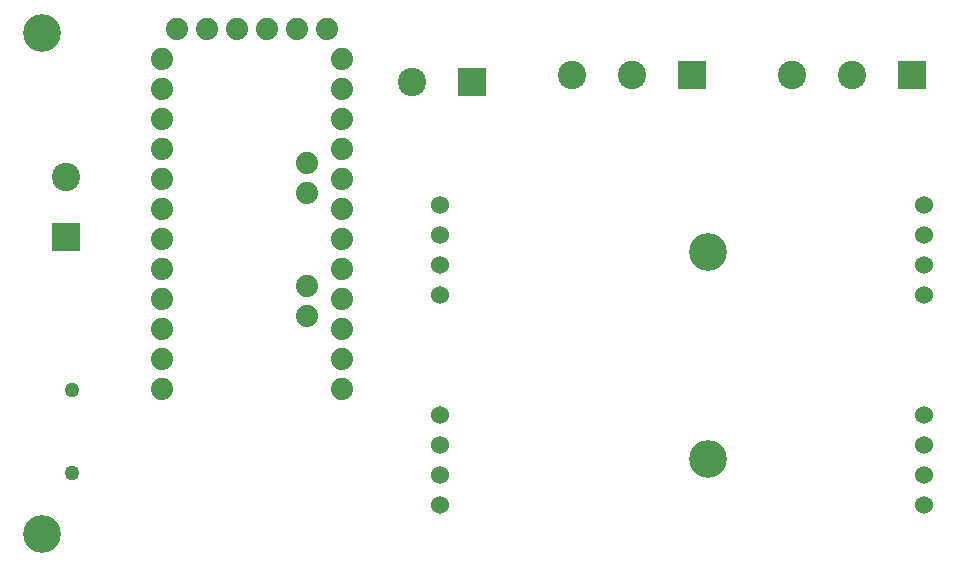
<source format=gts>
G04 #@! TF.GenerationSoftware,KiCad,Pcbnew,7.0.2-6a45011f42~172~ubuntu22.04.1*
G04 #@! TF.CreationDate,2023-05-24T14:11:10+02:00*
G04 #@! TF.ProjectId,dmx_interceptor,646d785f-696e-4746-9572-636570746f72,rev?*
G04 #@! TF.SameCoordinates,Original*
G04 #@! TF.FileFunction,Soldermask,Top*
G04 #@! TF.FilePolarity,Negative*
%FSLAX46Y46*%
G04 Gerber Fmt 4.6, Leading zero omitted, Abs format (unit mm)*
G04 Created by KiCad (PCBNEW 7.0.2-6a45011f42~172~ubuntu22.04.1) date 2023-05-24 14:11:10*
%MOMM*%
%LPD*%
G01*
G04 APERTURE LIST*
%ADD10C,3.200000*%
%ADD11R,2.400000X2.400000*%
%ADD12C,2.400000*%
%ADD13C,1.524000*%
%ADD14C,1.258000*%
%ADD15C,1.879600*%
G04 APERTURE END LIST*
D10*
X119888000Y-90678000D03*
X119888000Y-108204000D03*
X63500000Y-72136000D03*
X63500000Y-114554000D03*
D11*
X65532000Y-89408000D03*
D12*
X65532000Y-84328000D03*
D11*
X99900000Y-76300000D03*
D12*
X94820000Y-76300000D03*
D11*
X118600000Y-75700000D03*
D12*
X113520000Y-75700000D03*
X108440000Y-75700000D03*
D13*
X138200000Y-86690000D03*
X138200000Y-89230000D03*
X138200000Y-91770000D03*
X138200000Y-94310000D03*
X97200000Y-86690000D03*
X97200000Y-89230000D03*
X97200000Y-91770000D03*
X97200000Y-94310000D03*
D11*
X137180000Y-75700000D03*
D12*
X132100000Y-75700000D03*
X127020000Y-75700000D03*
D14*
X66040000Y-109418000D03*
X66040000Y-102418000D03*
D13*
X138200000Y-104490000D03*
X138200000Y-107030000D03*
X138200000Y-109570000D03*
X138200000Y-112110000D03*
X97200000Y-104490000D03*
X97200000Y-107030000D03*
X97200000Y-109570000D03*
X97200000Y-112110000D03*
D15*
X87650000Y-71860000D03*
X85110000Y-71860000D03*
X82570000Y-71860000D03*
X80030000Y-71860000D03*
X77490000Y-71860000D03*
X74950000Y-71860000D03*
X85999000Y-85703000D03*
X85999000Y-83163000D03*
X85999000Y-96117000D03*
X85999000Y-93577000D03*
X88920000Y-74400000D03*
X88920000Y-76940000D03*
X88920000Y-79480000D03*
X88920000Y-82020000D03*
X88920000Y-84560000D03*
X88920000Y-87100000D03*
X88920000Y-89640000D03*
X88920000Y-92180000D03*
X88920000Y-94720000D03*
X88920000Y-97260000D03*
X88920000Y-99800000D03*
X88920000Y-102340000D03*
X73680000Y-102340000D03*
X73680000Y-99800000D03*
X73680000Y-97260000D03*
X73680000Y-94720000D03*
X73680000Y-92180000D03*
X73680000Y-89640000D03*
X73680000Y-87100000D03*
X73680000Y-84560000D03*
X73680000Y-82020000D03*
X73680000Y-79480000D03*
X73680000Y-76940000D03*
X73680000Y-74400000D03*
M02*

</source>
